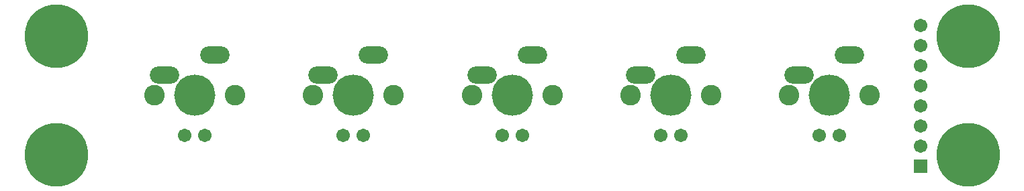
<source format=gts>
G04 Layer_Color=8388736*
%FSLAX25Y25*%
%MOIN*%
G70*
G01*
G75*
%ADD21O,0.14579X0.08674*%
%ADD22C,0.06706*%
%ADD23C,0.20485*%
%ADD24C,0.10249*%
%ADD25C,0.31496*%
%ADD26R,0.06706X0.06706*%
D21*
X142480Y10000D02*
D03*
X167480Y20000D02*
D03*
X63740Y10000D02*
D03*
X88740Y20000D02*
D03*
X-15000Y10000D02*
D03*
X10000Y20000D02*
D03*
X-93740Y10000D02*
D03*
X-68740Y20000D02*
D03*
X-172480Y10000D02*
D03*
X-147480Y20000D02*
D03*
D22*
X152480Y-20000D02*
D03*
X162480D02*
D03*
X73740D02*
D03*
X83740D02*
D03*
X-5000D02*
D03*
X5000D02*
D03*
X-83740D02*
D03*
X-73740D02*
D03*
X-162480D02*
D03*
X-152480D02*
D03*
X202756Y-25079D02*
D03*
Y-15079D02*
D03*
Y-5079D02*
D03*
Y4921D02*
D03*
Y14921D02*
D03*
Y24921D02*
D03*
Y34921D02*
D03*
D23*
X157480Y0D02*
D03*
X78740D02*
D03*
X0D02*
D03*
X-78740D02*
D03*
X-157480D02*
D03*
D24*
X137480D02*
D03*
X177480D02*
D03*
X58740D02*
D03*
X98740D02*
D03*
X-20000D02*
D03*
X20000D02*
D03*
X-98740D02*
D03*
X-58740D02*
D03*
X-177480D02*
D03*
X-137480D02*
D03*
D25*
X-226378Y29528D02*
D03*
Y-29528D02*
D03*
X226378D02*
D03*
Y29528D02*
D03*
D26*
X202756Y-35079D02*
D03*
M02*

</source>
